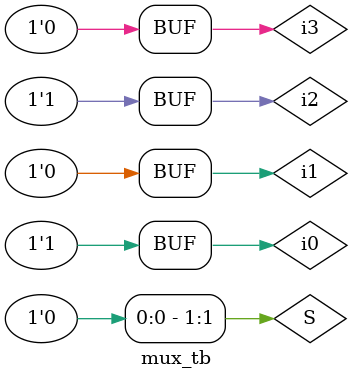
<source format=v>
module muxe(input [1:0] S,input i0,i1,i2,i3,output reg Y);
  always @(*) 
    begin
      case(S)
      2'h0: Y = i0;
      2'h1: Y = i1;
      2'h2: Y = i2;
      2'h3: Y = i3;
        default: $display("Invalid selection input");
    endcase
  end
endmodule
module mux_tb;
  reg [1:0] S;
  reg i0,i1,i2,i3;
  wire Y;
  muxe mux(S,i0,i1,i2,i3,Y);
  initial begin
    $monitor("S = %b ---- i3 = %b, i2 = %b ,i1 = %b, i0 = %b -> Y = %0b", S,i3,i2,i1,i0, Y);
    {i3,i2,i1,i0} = 4'h5;
    repeat(6) begin
      S = $random;
      #5;
    end
  end
endmodule

</source>
